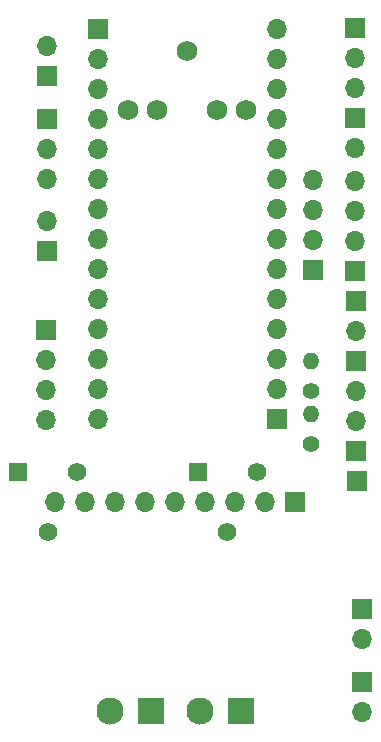
<source format=gbr>
%TF.GenerationSoftware,KiCad,Pcbnew,(6.0.9-0)*%
%TF.CreationDate,2023-02-07T22:14:43+01:00*%
%TF.ProjectId,SHOE_SHIELD,53484f45-5f53-4484-9945-4c442e6b6963,rev?*%
%TF.SameCoordinates,Original*%
%TF.FileFunction,Soldermask,Top*%
%TF.FilePolarity,Negative*%
%FSLAX46Y46*%
G04 Gerber Fmt 4.6, Leading zero omitted, Abs format (unit mm)*
G04 Created by KiCad (PCBNEW (6.0.9-0)) date 2023-02-07 22:14:43*
%MOMM*%
%LPD*%
G01*
G04 APERTURE LIST*
%ADD10C,1.400000*%
%ADD11O,1.400000X1.400000*%
%ADD12R,1.700000X1.700000*%
%ADD13O,1.700000X1.700000*%
%ADD14R,1.560000X1.560000*%
%ADD15C,1.560000*%
%ADD16C,1.750000*%
%ADD17R,2.300000X2.300000*%
%ADD18C,2.300000*%
G04 APERTURE END LIST*
D10*
%TO.C,R1*%
X181920000Y-71620000D03*
D11*
X181920000Y-69080000D03*
%TD*%
D12*
%TO.C,J1*%
X186278000Y-90141000D03*
D13*
X186278000Y-92681000D03*
%TD*%
D12*
%TO.C,J13*%
X159550000Y-44975000D03*
D13*
X159550000Y-42435000D03*
%TD*%
D12*
%TO.C,J12*%
X185674000Y-48514000D03*
D13*
X185674000Y-51054000D03*
%TD*%
D12*
%TO.C,J14*%
X185674000Y-61468000D03*
D13*
X185674000Y-58928000D03*
X185674000Y-56388000D03*
X185674000Y-53848000D03*
%TD*%
D12*
%TO.C,J15*%
X182050000Y-61410000D03*
D13*
X182050000Y-58870000D03*
X182050000Y-56330000D03*
X182050000Y-53790000D03*
%TD*%
D12*
%TO.C,J10*%
X185620000Y-40900000D03*
D13*
X185620000Y-43440000D03*
X185620000Y-45980000D03*
%TD*%
D12*
%TO.C,J19*%
X159530000Y-59815000D03*
D13*
X159530000Y-57275000D03*
%TD*%
D12*
%TO.C,J6*%
X185760000Y-69088000D03*
D13*
X185760000Y-71628000D03*
%TD*%
D12*
%TO.C,J9*%
X185760000Y-76708000D03*
D13*
X185760000Y-74168000D03*
%TD*%
D12*
%TO.C,J11*%
X159540000Y-48620000D03*
D13*
X159540000Y-51160000D03*
X159540000Y-53700000D03*
%TD*%
D14*
%TO.C,RV1*%
X172348000Y-78546000D03*
D15*
X174848000Y-83546000D03*
X177348000Y-78546000D03*
%TD*%
D12*
%TO.C,J20*%
X159512000Y-66460000D03*
D13*
X159512000Y-69000000D03*
X159512000Y-71540000D03*
X159512000Y-74080000D03*
%TD*%
D10*
%TO.C,R2*%
X181930000Y-76150000D03*
D11*
X181930000Y-73610000D03*
%TD*%
D12*
%TO.C,J2*%
X186278000Y-96282000D03*
D13*
X186278000Y-98822000D03*
%TD*%
D12*
%TO.C,J4*%
X179060000Y-74060000D03*
D13*
X179060000Y-71520000D03*
X179060000Y-68980000D03*
X179060000Y-66440000D03*
X179060000Y-63900000D03*
X179060000Y-61360000D03*
X179060000Y-58820000D03*
X179060000Y-56280000D03*
X179060000Y-53740000D03*
X179060000Y-51200000D03*
X179060000Y-48660000D03*
X179060000Y-46120000D03*
X179060000Y-43580000D03*
X179060000Y-41040000D03*
%TD*%
D12*
%TO.C,J17*%
X185720000Y-64008000D03*
D13*
X185720000Y-66548000D03*
%TD*%
D14*
%TO.C,RV2*%
X157136500Y-78546000D03*
D15*
X159636500Y-83546000D03*
X162136500Y-78546000D03*
%TD*%
D12*
%TO.C,J3*%
X163860000Y-41010000D03*
D13*
X163860000Y-43550000D03*
X163860000Y-46090000D03*
X163860000Y-48630000D03*
X163860000Y-51170000D03*
X163860000Y-53710000D03*
X163860000Y-56250000D03*
X163860000Y-58790000D03*
X163860000Y-61330000D03*
X163860000Y-63870000D03*
X163860000Y-66410000D03*
X163860000Y-68950000D03*
X163860000Y-71490000D03*
X163860000Y-74030000D03*
%TD*%
D12*
%TO.C,J18*%
X185790000Y-79248000D03*
%TD*%
D16*
%TO.C,J16*%
X166420000Y-47830000D03*
X168920000Y-47830000D03*
X171420000Y-42830000D03*
X176420000Y-47830000D03*
X173920000Y-47830000D03*
%TD*%
D12*
%TO.C,J7*%
X180594000Y-81026000D03*
D13*
X178054000Y-81026000D03*
X175514000Y-81026000D03*
X172974000Y-81026000D03*
X170434000Y-81026000D03*
X167894000Y-81026000D03*
X165354000Y-81026000D03*
X162814000Y-81026000D03*
X160274000Y-81026000D03*
%TD*%
D17*
%TO.C,J5*%
X168364000Y-98721000D03*
D18*
X164864000Y-98721000D03*
%TD*%
D17*
%TO.C,J8*%
X176014000Y-98721000D03*
D18*
X172514000Y-98721000D03*
%TD*%
M02*

</source>
